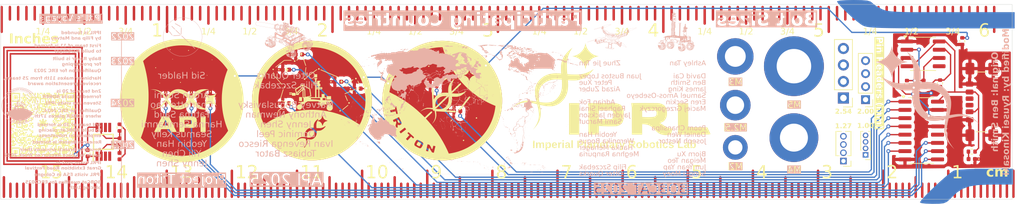
<source format=kicad_pcb>
(kicad_pcb (version 20241229) (generator "pcbnew") (generator_version "9.0")
  (layers (0 "F.Cu" signal) (2 "B.Cu" signal) (13 "F.Paste" user) (15 "B.Paste" user) (5 "F.SilkS" user "F.Silkscreen") (7 "B.SilkS" user "B.Silkscreen") (1 "F.Mask" user) (3 "B.Mask" user) (25 "Edge.Cuts" user))
  (net 0 "")
  (net 1 "/TR")
  (net 2 "GND")
  (net 3 "/4")
  (net 4 "/K")
  (net 5 "/9")
  (net 6 "/2")
  (net 7 "/1")
  (net 8 "/6")
  (net 9 "/3")
  (net 10 "/7")
  (net 11 "/8")
  (net 12 "/0")
  (net 13 "/5")
  (net 14 "Net-(IC101-LA)")
  (net 15 "Net-(D101-K)")
  (net 16 "+5V")
  (net 17 "/DIS")
  (net 18 "/CLK")
  (net 21 "Net-(IC101-VOUT)")
  (net 22 "Net-(D101-A)")
  (net 23 "Net-(D102-A)")
  (footprint "LED_SMD:LED_0402_1005Metric" (layer "F.Cu") (at 116 100.2)
    (property "Reference" "D111" (hide yes))
    (property "Value" "LED_Small")
  )
  (footprint "ruler_footprints_2025:ICRS_LinktreeQR_10mm" (layer "F.Cu") (at 78.7 103.5)
    (property "Reference" "G***" (hide yes))
    (property "Value" "LOGO" (hide yes))
  )
  (footprint "Resistor_SMD:R_0402_1005Metric" (layer "F.Cu") (at 213.9 97.2 -90)
    (property "Reference" "R102" (hide yes))
    (property "Value" "47k")
  )
  (footprint "Connector_USB:USB_C_Receptacle_GCT_USB4135-GF-A_6P_TopMnt_Horizontal" (layer "F.Cu") (at 224 100 90)
    (property "Reference" "J101" (hide yes))
    (property "Value" "USB_C_Receptacle_PowerOnly_6P")
  )
  (footprint "MountingHole:MountingHole_5.3mm_M5_DIN965_Pad_TopBottom" (layer "F.Cu") (at 194 94.5)
    (property "Reference" "REF**" (hide yes))
    (property "Value" "MountingHole_5.3mm_M5_DIN965_Pad_TopBottom" (hide yes))
  )
  (footprint "Package_SO:SOP-16_3.9x9.9mm_P1.27mm" (layer "F.Cu") (at 213.55 104.405)
    (property "Reference" "U102" (hide yes))
    (property "Value" "4017")
  )
  (footprint "ruler_footprints_2025:API_Logo" (layer "F.Cu") (at 100 99.8)
    (property "Reference" "G***" (hide yes))
    (property "Value" "LOGO" (hide yes))
  )
  (footprint "LED_SMD:LED_0402_1005Metric" (layer "F.Cu") (at 127 97.95)
    (property "Reference" "D103" (hide yes))
    (property "Value" "LED_Small")
  )
  (footprint "MountingHole:MountingHole_4.3mm_M4_DIN965_Pad_TopBottom" (layer "F.Cu") (at 194 105.5)
    (property "Reference" "REF**" (hide yes))
    (property "Value" "MountingHole_4.3mm_M4_DIN965_Pad_TopBottom" (hide yes))
  )
  (footprint "LED_SMD:LED_0402_1005Metric" (layer "F.Cu") (at 90.46775 108.35 -90)
    (property "Reference" "D101" (hide yes))
    (property "Value" "LED_Small")
  )
  (footprint "Resistor_SMD:R_0402_1005Metric" (layer "F.Cu") (at 219.85 90.65 90)
    (property "Reference" "R105" (hide yes))
    (property "Value" "1k")
  )
  (footprint "ruler_footprints_2025:Triton_Logo" (layer "F.Cu") (at 140.05 99.9)
    (property "Reference" "G***" (hide yes))
    (property "Value" "LOGO" (hide yes))
  )
  (footprint "Package_SO:SOIC-8_3.9x4.9mm_P1.27mm" (layer "F.Cu") (at 213.825 92.605)
    (property "Reference" "U101" (hide yes))
    (property "Value" "NE555D")
  )
  (footprint "Resistor_SMD:R_0402_1005Metric" (layer "F.Cu") (at 221.3 107.65 180)
    (property "Reference" "R103" (hide yes))
    (property "Value" "430" (hide yes))
  )
  (footprint "Resistor_SMD:R_0402_1005Metric" (layer "F.Cu") (at 216.45 97.15 -90)
    (property "Reference" "R104" (hide yes))
    (property "Value" "1k" (hide yes))
  )
  (footprint "LED_SMD:LED_0402_1005Metric" (layer "F.Cu") (at 104.4 99.515 -90)
    (property "Reference" "D108" (hide yes))
    (property "Value" "LED_Small")
  )
  (footprint "LED_SMD:LED_0402_1005Metric" (layer "F.Cu") (at 221.3 108.8 180)
    (property "Reference" "D102" (hide yes))
    (property "Value" "LED_Small" (hide yes))
  )
  (footprint "Connector_PinHeader_1.27mm:PinHeader_1x04_P1.27mm_Vertical" (layer "F.Cu") (at 201.6 109.1 180)
    (property "Reference" "REF**" (hide yes))
    (property "Value" "PinHeader_1x04_P1.27mm_Vertical" (hide yes))
  )
  (footprint "ruler_footprints:Gauge_150mm_Type1_CopperTop" (layer "F.Cu") (at 227.7 114.6 180)
    (property "Reference" "REF**" (hide yes))
    (property "Value" "Gauge_150mm_Type1_CopperTop" (hide yes))
  )
  (footprint "LED_SMD:LED_0402_1005Metric" (layer "F.Cu") (at 124 96.9)
    (property "Reference" "D109" (hide yes))
    (property "Value" "LED_Small")
  )
  (footprint "LED_SMD:LED_0402_1005Metric" (layer "F.Cu") (at 97.55 99.6 -90)
    (property "Reference" "D105" (hide yes))
    (property "Value" "LED_Small")
  )
  (footprint "MountingHole:MountingHole_2.2mm_M2_DIN965_Pad_TopBottom" (layer "F.Cu") (at 185 107)
    (property "Reference" "M2")
    (property "Value" "MountingHole_2.2mm_M2_DIN965_Pad_TopBottom" (hide yes))
  )
  (footprint "LED_SMD:LED_0402_1005Metric" (layer "F.Cu") (at 138.65 97.55)
    (property "Reference" "D106" (hide yes))
    (property "Value" "LED_Small" (hide yes))
  )
  (footprint "Connector_PinHeader_2.00mm:PinHeader_1x04_P2.00mm_Vertical" (layer "F.Cu") (at 205 99.65 180)
    (property "Reference" "REF**" (hide yes))
    (property "Value" "PinHeader_1x04_P2.00mm_Vertical" (hide yes))
  )
  (footprint "Capacitor_SMD:C_0402_1005Metric" (layer "F.Cu") (at 85.55 107.9 90)
    (property "Reference" "C101" (hide yes))
    (property "Value" "470p")
  )
  (footprint "MountingHole:MountingHole_2.7mm_M2.5_DIN965_Pad_TopBottom" (layer "F.Cu") (at 185 100.5)
    (property "Reference" "REF**" (hide yes))
    (property "Value" "MountingHole_2.7mm_M2.5_DIN965_Pad_TopBottom" (hide yes))
  )
  (footprint "LED_SMD:LED_0402_1005Metric" (layer "F.Cu") (at 101.5 99.6 -90)
    (property "Reference" "D104" (hide yes))
    (property "Value" "LED_Small")
  )
  (footprint "ruler_footprints_2025:SOP65P490X110-8N" (layer "F.Cu") (at 87.96775 106.15 90)
    (property "Reference" "IC101" (hide yes))
    (property "Value" "NT3H2211W0FTTJ" (hide yes))
  )
  (footprint "LED_SMD:LED_0402_1005Metric" (layer "F.Cu") (at 116 95.05)
    (property "Reference" "D112" (hide yes))
    (property "Value" "LED_Small")
  )
  (footprint "ruler_footprints_2025:BOBCAT_SURFACE" (layer "F.Cu") (at 120 99.870493)
    (property "Reference" "G***" (hide yes))
    (property "Value" "LOGO" (hide yes))
  )
  (footprint "Resistor_SMD:R_0402_1005Metric" (layer "F.Cu") (at 90.46775 103.95 -90)
    (property "Reference" "R101" (hide yes))
    (property "Value" "47")
  )
  (footprint "ruler_footprints_2025:BOBCAT_Const_Rover" (layer "F.Cu") (at 120 99.720493)
    (property "Reference" "G***" (hide yes))
    (property "Value" "LOGO" (hide yes))
  )
  (footprint "LED_SMD:LED_0402_1005Metric" (layer "F.Cu") (at 118 92.7)
    (property "Reference" "D110" (hide yes))
    (property "Value" "LED_Small" (hide yes))
  )
  (footprint "Capacitor_SMD:C_0402_1005Metric" (layer "F.Cu") (at 211.35 97.2 -90)
    (property "Reference" "C103" (hide yes))
    (property "Value" "1u")
  )
  (footprint "Connector_PinHeader_2.54mm:PinHeader_1x04_P2.54mm_Vertical" (layer "F.Cu") (at 201.6 99.4 180)
    (property "Reference" "REF**" (hide yes))
    (property "Value" "PinHeader_1x04_P2.54mm_Vertical" (hide yes))
  )
  (footprint "ruler_footprints_2025:IPRL_31mm" (layer "F.Cu") (at 166 99.3)
    (property "Reference" "G***" (hide yes))
    (property "Value" "LOGO" (hide yes))
  )
  (footprint "LED_SMD:LED_0402_1005Metric" (layer "F.Cu") (at 142.3 101.4)
    (property "Reference" "D107" (hide yes))
    (property "Value" "LED_Small" (hide yes))
  )
  (footprint "ruler_footprints:Gauge_6in" (layer "F.Cu") (at 72.35 85.4)
    (property "Reference" "REF**" (hide yes))
    (property "Value" "Gauge_6in" (hide yes))
  )
  (footprint "Capacitor_SMD:C_0402_1005Metric" (layer "F.Cu") (at 90.46775 106.08 90)
    (property "Reference" "C102" (hide yes))
    (property "Value" "220n")
  )
  (footprint "Connector_PinHeader_1.00mm:PinHeader_1x04_P1.00mm_Vertical" (layer "F.Cu") (at 205 108.15 180)
    (property "Reference" "REF**" (hide yes))
    (property "Value" "PinHeader_1x04_P1.00mm_Vertical" (hide yes))
  )
  (footprint "MountingHole:MountingHole_3.2mm_M3_DIN965_Pad_TopBottom" (layer "F.Cu") (at 185 93)
    (property "Reference" "REF**" (hide yes))
    (property "Value" "MountingHole_3.2mm_M3_DIN965_Pad_TopBottom" (hide yes))
  )
  (footprint "ruler_footprints_2025:API_ROVER_WIREFRAME" (layer "B.Cu") (at 116 90 180)
    (property "Reference" "G***" (hide yes))
    (property "Value" "LOGO" (hide yes))
  )
  (footprint "ruler_footprints_2025:Copper_Decal" (layer "B.Cu") (at 214.25 86.5 180)
    (property "Reference" "G***" (hide yes))
    (property "Value" "LOGO" (hide yes))
  )
  (footprint "ruler_footprints_2025:STRAY_WIREFRAME" (layer "B.Cu") (at 166 90 180)
    (property "Reference" "G***" (hide yes))
    (property "Value" "LOGO" (hide yes))
  )
  (footprint "ruler_footprints_2025:IPRL_Helix_16mm" (layer "B.Cu") (at 214.614043 99.412891 180)
    (property "Reference" "G***" (hide yes))
    (property "Value" "LOGO" (hide yes))
  )
  (footprint "ruler_footprints_2025:BOBCAT_WIREFRAME" (layer "B.Cu") (at 176 89 180)
    (property "Reference" "G***" (hide yes))
    (property "Value" "LOGO" (hide yes))
  )
  (footprint "ruler_footprints_2025:World_Map_2025" (layer "B.Cu") (at 144 101 180)
    (property "Reference" "G***" (hide yes))
    (property "Value" "LOGO" (hide yes))
  )
  (footprint "ruler_footprints_2025:Copper_Decal2" (layer "B.Cu") (at 220.5 112.986169 180)
    (property "Reference" "G***" (hide yes))
    (property "Value" "LOGO" (hide yes))
  )
  (footprint "ruler_footprints_2025:Triton" (layer "B.Cu") (at 100.15 90 180)
    (property "Reference" "G***" (hide yes))
    (property "Value" "LOGO" (hide yes))
  )
  (footprint "ruler_footprints_2025:BOBER_Logo_5mm" (layer "B.Cu") (at 75.15 100.6 180)
    (property "Reference" "G***" (hide yes))
    (property "Value" "LOGO" (hide yes))
  )
  (gr_line (start 73.7 92.6) (end 83.7 92.6) (stroke (width 0.238)) (layer "F.Cu") (net 14))
  (gr_line (start 84.7 91.6) (end 84.7 109.1) (stroke (width 0.238)) (layer "F.Cu") (net 14))
  (gr_line (start 72.7 91.6) (end 84.7 91.6) (stroke (width 0.238)) (layer "F.Cu") (net 14))
  (gr_line (start 73.7 108.6) (end 73.7 92.6) (stroke (width 0.238)) (layer "F.Cu") (net 14))
  (gr_line (start 84.7 109.1) (end 73.2 109.1) (stroke (width 0.238)) (layer "F.Cu") (net 14))
  (gr_line (start 84.2 108.6) (end 73.7 108.6) (stroke (width 0.238)) (layer "F.Cu") (net 14))
  (gr_line (start 73.2 109.1) (end 73.2 92.1) (stroke (width 0.238)) (layer "F.Cu") (net 14))
  (gr_line (start 84.2 92.1) (end 84.2 108.6) (stroke (width 0.238)) (layer "F.Cu") (net 14))
  (gr_line (start 73.2 92.1) (end 84.2 92.1) (stroke (width 0.238)) (layer "F.Cu") (net 14))
  (gr_line (start 83.7 92.6) (end 83.7 108.1) (stroke (width 0.238)) (layer "F.Cu") (net 14))
  (gr_line (start 84.7 109.6) (end 72.7 109.6) (stroke (width 0.238)) (layer "F.Cu") (net 14))
  (gr_line (start 72.7 109.6) (end 72.7 91.6) (stroke (width 0.238)) (layer "F.Cu") (net 14))
  (gr_circle (center 140 99.8) (end 145.8 93.297561) (stroke (width 1)) (fill no) (layer "F.SilkS"))
  (gr_circle (center 100 99.8) (end 109 99.8) (stroke (width 1)) (fill no) (layer "F.SilkS"))
  (gr_circle (center 120 99.8) (end 125.8 93.297561) (stroke (width 1)) (fill no) (layer "F.SilkS"))
  (gr_line (start 90.75 93.4) (end 90.75 115) (stroke (width 0.1)) (layer "B.SilkS"))
  (gr_circle (center 75.15 100.6) (end 77.902728 100.545907) (stroke (width 0.06)) (fill no) (layer "B.SilkS"))
  (gr_line (start 90.75 90.3) (end 90.75 93.4) (stroke (width 0.1)) (layer "B.SilkS"))
  (gr_rect (start 72.2 85) (end 227.5 115) (stroke (width 0.05)) (fill no) (layer "Edge.Cuts"))
  (gr_text "M5" (at 194 100.5 0) (layer "F.SilkS" knockout) (effects (font (size 1 1))))
  (gr_text "M4" (at 194 110.5 0) (layer "F.SilkS" knockout) (effects (font (size 1 1))))
  (gr_text "2.54" (at 201.6 101.5 0) (layer "F.SilkS") (effects (font (size 0.75 0.75) (thickness 0.1875) (bold yes))))
  (gr_text "Pin Headers (mm)" (at 206.5 90 270) (layer "F.SilkS" knockout) (effects (font (size 1 1) (thickness 0.25) (bold yes)) (justify left bottom)))
  (gr_text "1.00" (at 205 103.7 0) (layer "F.SilkS") (effects (font (size 0.75 0.75) (thickness 0.125) (bold yes))))
  (gr_text "M2.5" (at 185 104 0) (layer "F.SilkS" knockout) (effects (font (size 1 1))))
  (gr_text "cm" (at 223.5 111.75 0) (layer "F.SilkS") (effects (font (size 1.5 1.5) (thickness 0.3) (bold yes)) (justify left bottom)))
  (gr_text "1.27" (at 201.6 103.75 0) (layer "F.SilkS") (effects (font (size 0.75 0.75) (thickness 0.125) (bold yes))))
  (gr_text "Inches" (at 73.45 91.25 0) (layer "F.SilkS") (effects (font (size 1.5 1.5) (thickness 0.3) (bold yes)) (justify left bottom)))
  (gr_text "M3" (at 185 97 0) (layer "F.SilkS" knockout) (effects (font (size 1 1))))
  (gr_text "2.00" (at 205 101.5 0) (layer "F.SilkS") (effects (font (size 0.75 0.75) (thickness 0.125) (bold yes))))
  (gr_text "Poom Chansilpa" (at 180.5 104.5 0) (layer "B.SilkS") (effects (font (size 0.75 0.75) (thickness 0.1)) (justify left bottom mirror)))
  (gr_text "Adrian Fok" (at 161 100.5 0) (layer "B.SilkS") (effects (font (size 0.75 0.75) (thickness 0.1)) (justify right bottom mirror)))
  (gr_text "Hanka Mehager" (at 161 107.5 0) (layer "B.SilkS") (effects (font (size 0.75 0.75) (thickness 0.1)) (justify right bottom mirror)))
  (gr_text "BOBCAT 2025" (at 170.5 113.5 0) (layer "B.SilkS" knockout) (effects (font (size 1.5 1.5) (thickness 0.1)) (justify mirror)))
  (gr_text "M2" (at 185.1 110 0) (layer "B.SilkS" knockout) (effects (font (size 1 1)) (justify mirror)))
  (gr_text "Steven Lee visits IPRL" (at 87.65 100.5 0) (layer "B.SilkS") (effects (font (size 0.5 0.5) (thickness 0.125) (bold yes)) (justify left bottom mirror)))
  (gr_text "Ardan Suphi" (at 100 99 0) (layer "B.SilkS") (effects (font (size 1 1) (thickness 0.1)) (justify mirror)))
  (gr_text "Samuel Amos-Osebeyo" (at 180.5 99.5 0) (layer "B.SilkS") (effects (font (size 0.75 0.75) (thickness 0.1)) (justify left bottom mirror)))
  (gr_text "Raphael Sinai" (at 161 101.5 0) (layer "B.SilkS") (effects (font (size 0.75 0.75) (thickness 0.1)) (justify right bottom mirror)))
  (gr_text "Qualifies for ERC 2024,\nwhere BOBER places 17th" (at 87.65 102.5 0) (layer "B.SilkS") (effects (font (size 0.5 0.5) (thickness 0.125) (bold yes)) (justify left bottom mirror)))
  (gr_text "Joseph Nestor" (at 180.5 106.5 0) (layer "B.SilkS") (effects (font (size 0.75 0.75) (thickness 0.1)) (justify left bottom mirror)))
  (gr_text "Sami Marouf" (at 161 103.5 0) (layer "B.SilkS") (effects (font (size 0.75 0.75) (thickness 0.1)) (justify right bottom mirror)))
  (gr_text "2023" (at 92.7 93.8 0) (layer "B.SilkS" knockout) (effects (font (size 1 1) (thickness 0.1)) (justify left mirror)))
  (gr_text "Yili Chen" (at 100 108 0) (layer "B.SilkS") (effects (font (size 1 1) (thickness 0.1)) (justify mirror)))
  (gr_text "Research Branch presents their\npaper to Space Resources Week 2025" (at 87.65 108.5 0) (layer "B.SilkS") (effects (font (size 0.5 0.5) (thickness 0.125) (bold yes)) (justify left bottom mirror)))
  (gr_text "Juan Bustos Lopez" (at 161 96.5 0) (layer "B.SilkS") (effects (font (size 0.75 0.75) (thickness 0.1)) (justify right bottom mirror)))
  (gr_text "Eren Seckin" (at 180.5 100.5 0) (layer "B.SilkS") (effects (font (size 0.75 0.75) (thickness 0.1)) (justify left bottom mirror)))
  (gr_text "Participating Countries" (at 161.45 88.6 0) (layer "B.SilkS" knockout) (effects (font (size 2 2) (thickness 0.25) (bold yes)) (justify left bottom mirror)))
  (gr_text "Matvey Boguslavisky" (at 116 100.5 0) (layer "B.SilkS") (effects (font (size 1 1) (thickness 0.1)) (justify mirror)))
  (gr_text "Bolt Sizes" (at 197.6 88.6 0) (layer "B.SilkS" knockout) (effects (font (size 2 2) (thickness 0.25) (bold yes)) (justify left bottom mirror)))
  (gr_text "API 2025" (at 116 112.1 0) (layer "B.SilkS" knockout) (effects (font (size 1.8 1.8) (thickness 0.1)) (justify mirror)))
  (gr_text "2022" (at 92.7 90 0) (layer "B.SilkS" knockout) (effects (font (size 1 1) (thickness 0.1)) (justify left mirror)))
  (gr_text "Anthony Newman" (at 116 102 0) (layer "B.SilkS") (effects (font (size 1 1) (thickness 0.1)) (justify mirror)))
  (gr_text "Hanna Semnanmi" (at 100 103.5 0) (layer "B.SilkS") (effects (font (size 1 1) (thickness 0.1)) (justify mirror)))
  (gr_text "M4" (at 194.05 110.5 0) (layer "B.SilkS" knockout) (effects (font (size 1 1)) (justify mirror)))
  (gr_text "Jenny Shen" (at 116 103.5 0) (layer "B.SilkS") (effects (font (size 1 1) (thickness 0.1)) (justify mirror)))
  (gr_text "2025" (at 92.7 106.7 0) (layer "B.SilkS" knockout) (effects (font (size 1 1) (thickness 0.1)) (justify left mirror)))
  (gr_text "Peter Xue" (at 161 97.5 0) (layer "B.SilkS") (effects (font (size 0.75 0.75) (thickness 0.1)) (justify right bottom mirror)))
  (gr_text "Bjorn Xu" (at 180.5 108.5 0) (layer "B.SilkS") (effects (font (size 0.75 0.75) (thickness 0.1)) (justify left bottom mirror)))
  (gr_text "IPRL is founded\nby Filip and Matvey" (at 87.65 90.5 0) (layer "B.SilkS") (effects (font (size 0.5 0.5) (thickness 0.125) (bold yes)) (justify left bottom mirror)))
  (gr_text "BOBCat qualifies for ERC2025\nplacing 16th" (at 87.65 113.5 0) (layer "B.SilkS") (effects (font (size 0.5 0.5) (thickness 0.125) (bold yes)) (justify left bottom mirror)))
  (gr_text "Project Triton" (at 100 112 0) (layer "B.SilkS" knockout) (effects (font (size 1.5 1.5) (thickness 0.1)) (justify mirror)))
  (gr_text "M5" (at 194.05 100.5 0) (layer "B.SilkS" knockout) (effects (font (size 1 1)) (justify mirror)))
  (gr_text "First team of 11 is formed\nto build Harbinger" (at 87.65 92.5 0) (layer "B.SilkS") (effects (font (size 0.5 0.5) (thickness 0.125) (bold yes)) (justify left bottom mirror)))
  (gr_text "Meigan Teo" (at 180.5 109.5 0) (layer "B.SilkS") (effects (font (size 0.75 0.75) (thickness 0.1)) (justify left bottom mirror)))
  (gr_text "Sid Halder" (at 100 96 0) (layer "B.SilkS") (effects (font (size 1 1) (thickness 0.1)) (justify mirror)))
  (gr_text "Weronika Bogus" (at 161 106.5 0) (layer "B.SilkS") (effects (font (size 0.75 0.75) (thickness 0.1)) (justify right bottom mirror)))
  (gr_text "Tobiasz Bator" (at 116 108 0) (layer "B.SilkS") (effects (font (size 1 1) (thickness 0.1)) (justify mirror)))
  (gr_text "Jayden Jackson" (at 161 102.5 0) (layer "B.SilkS") (effects (font (size 0.75 0.75) (thickness 0.1)) (justify right bottom mirror)))
  (gr_text "M3" (at 185.05 97 0) (layer "B.SilkS" knockout) (effects (font (size 1 1)) (justify mirror)))
  (gr_text "Seamus Kelly" (at 100 105 0) (layer "B.SilkS") (effects (font (size 1 1) (thickness 0.1)) (justify mirror)))
  (gr_text "M2.5" (at 185.1 104 0) (layer "B.SilkS" knockout) (effects (font (size 1 1)) (justify mirror)))
  (gr_text "2024" (at 92.7 100.25 0) (layer "B.SilkS" knockout) (effects (font (size 1 1) (thickness 0.1)) (justify left mirror)))
  (gr_text "IPRL takes part in\nGreat Exhibtion Road Festival" (at 87.65 110.5 0) (layer "B.SilkS") (effects (font (size 0.5 0.5) (thickness 0.125) (bold yes)) (justify left bottom mirror)))
  (gr_text "Filip Szczebak" (at 161 110.5 0) (layer "B.SilkS") (effects (font (size 0.75 0.75) (thickness 0.1)) (justify right bottom mirror)))
  (gr_text "Zhue Jie Tan" (at 161 94.5 0) (layer "B.SilkS") (effects (font (size 0.75 0.75) (thickness 0.1)) (justify right bottom mirror)))
  (gr_text "2nd team of 20 is\nformed to build BOBER" (at 87.65 99.5 0) (layer "B.SilkS") (effects (font (size 0.5 0.5) (thickness 0.125) (bold yes)) (justify left bottom mirror)))
  (gr_text "Yeobin Han" (at 100 106.5 0) (layer "B.SilkS") (effects (font (size 1 1) (thickness 0.1)) (justify mirror)))
  (gr_text "Yeobin Han" (at 161 105.5 0) (layer "B.SilkS") (effects (font (size 0.75 0.75) (thickness 0.1)) (justify right bottom mirror)))
  (gr_text "Jun Yean Yap" (at 180.5 110.5 0) (layer "B.SilkS") (effects (font (size 0.75 0.75) (thickness 0.1)) (justify left bottom mirror)))
  (gr_text "Otter Quarks" (at 116 96 0) (layer "B.SilkS") (effects (font (size 1 1) (thickness 0.1)) (justify mirror)))
  (gr_text "James King" (at 180.5 98.5 0) (layer "B.SilkS") (effects (font (size 0.75 0.75) (thickness 0.1)) (justify left bottom mirror)))
  (gr_text "Original: Ben Smith\nModified by: Ryusei Kinosaki" (at 225.75 100 90) (layer "B.SilkS") (effects (font (size 1 1) (thickness 0.3) (bold yes)) (justify mirror)))
  (gr_text "3rd team of 30 is formed\nto build BOBCat, placing\nemphasis on robustness" (at 87.65 105.5 0) (layer "B.SilkS") (effects (font (size 0.5 0.5) (thickness 0.125) (bold yes)) (justify left bottom mirror)))
  (gr_text "Qualification for ERC 2023" (at 87.65 95.5 0) (layer "B.SilkS") (effects (font (size 0.5 0.5) (thickness 0.125) (bold yes)) (justify left bottom mirror)))
  (gr_text "Jenny Shen" (at 100 109.5 0) (layer "B.SilkS") (effects (font (size 1 1) (thickness 0.1)) (justify mirror)))
  (gr_text "Research Branch is formed" (at 87.7 106.5 0) (layer "B.SilkS") (effects (font (size 0.5 0.5) (thickness 0.125) (bold yes)) (justify left bottom mirror)))
  (gr_text "Charlotte Cao" (at 100 100.5 0) (layer "B.SilkS") (effects (font (size 1 1) (thickness 0.1)) (justify mirror)))
  (gr_text "David Cai" (at 180.5 96.5 0) (layer "B.SilkS") (effects (font (size 0.75 0.75) (thickness 0.1)) (justify left bottom mirror)))
  (gr_text "Maciej Grzegorczyk" (at 180.5 101.5 0) (layer "B.SilkS") (effects (font (size 0.75 0.75) (thickness 0.1)) (justify left bottom mirror)))
  (gr_text "Baby Rover is built\nfor prototyping" (at 87.65 94.5 0) (layer "B.SilkS") (effects (font (size 0.5 0.5) (thickness 0.125) (bold yes)) (justify left bottom mirror)))
  (gr_text "IPRL's Voyage" (at 83.05 87.15 0) (layer "B.SilkS" knockout) (effects (font (size 1 1) (thickness 0.1)) (justify mirror)))
  (gr_text "IPRL visits ESA in Cologne" (at 87.65 111.5 0) (layer "B.SilkS") (effects (font (size 0.5 0.5) (thickness 0.125) (bold yes)) (justify left bottom mirror)))
  (gr_text "Meghna Ranpuria" (at 161 108.5 0) (layer "B.SilkS") (effects (font (size 0.75 0.75) (thickness 0.1)) (justify right bottom mirror)))
  (gr_text "Aizad Zuber" (at 161 98.5 0) (layer "B.SilkS") (effects (font (size 0.75 0.75) (thickness 0.1)) (justify right bottom mirror)))
  (gr_text "Otter Quarks" (at 161 111.5 0) (layer "B.SilkS") (effects (font (size 0.75 0.75) (thickness 0.1)) (justify right bottom mirror)))
  (gr_text "Ben Smith" (at 180.5 97.5 0) (layer "B.SilkS") (effects (font (size 0.75 0.75) (thickness 0.1)) (justify left bottom mirror)))
  (gr_text "Dominic Peel" (at 116 105 0) (layer "B.SilkS") (effects (font (size 1 1) (thickness 0.1)) (justify mirror)))
  (gr_text "SongLi Moey" (at 180.5 111.5 0) (layer "B.SilkS") (effects (font (size 0.75 0.75) (thickness 0.1)) (justify left bottom mirror)))
  (gr_text "Ashley Tan" (at 180.5 94.5 0) (layer "B.SilkS") (effects (font (size 0.75 0.75) (thickness 0.1)) (justify left bottom mirror)))
  (gr_text "Harbinger makes 11th from 25 teams,\nreceives presentation award" (at 87.65 97.5 0) (layer "B.SilkS") (effects (font (size 0.5 0.5) (thickness 0.125) (bold yes)) (justify left bottom mirror)))
  (gr_text "Fatima Sajid" (at 100 102 0) (layer "B.SilkS") (effects (font (size 1 1) (thickness 0.1)) (justify mirror)))
  (gr_text "Ivan Revenga Riesco" (at 116 106.5 0) (layer "B.SilkS") (effects (font (size 1 1) (thickness 0.1)) (justify mirror)))
  (gr_text "Daniel Wen" (at 180.5 105.5 0) (layer "B.SilkS") (effects (font (size 0.75 0.75) (thickness 0.1)) (justify left bottom mirror)))
  (gr_text "Filip Szczebak" (at 116 97.5 0) (layer "B.SilkS") (effects (font (size 1 1) (thickness 0.1)) (justify mirror)))
  (segment (start 211.35 91.97) (end 213.18 91.97) (width 0.2) (layer "F.Cu") (net 1))
  (segment (start 216.3 93.24) (end 215.325001 93.24) (width 0.2) (layer "F.Cu") (net 1))
  (segment (start 213.72 96.72) (end 212.55 96.72) (width 0.2) (layer "F.Cu") (net 1))
  (segment (start 213.18 91.97) (end 213.2 91.95) (width 0.2) (layer "F.Cu") (net 1))
  (segment (start 211.35 96.72) (end 212.55 96.72) (width 0.2) (layer "F.Cu") (net 1))
  (segment (start 213.95 94.615001) (end 213.95 96.49) (width 0.2) (layer "F.Cu") (net 1))
  (segment (start 215.325001 93.24) (end 213.95 94.615001) (width 0.2) (layer "F.Cu") (net 1))
  (segment (start 213.95 96.49) (end 213.72 96.72) (width 0.2) (layer "F.Cu") (net 1))
  (via (at 212.55 96.72) (size 0.6) (drill 0.3) (layers "F.Cu" "B.Cu") (net 1))
  (via (at 213.2 91.95) (size 0.6) (drill 0.3) (layers "F.Cu" "B.Cu") (net 1))
  (segment (start 213.2 91.95) (end 213.2 96.07) (width 0.2) (layer "B.Cu") (net 1))
  (segment (start 213.2 96.07) (end 212.55 96.72) (width 0.2) (layer "B.Cu") (net 1))
  (segment (start 211.35 97.68) (end 212.28 97.68) (width 0.2) (layer "F.Cu") (net 2))
  (segment (start 212.28 97.68) (end 212.4 97.8) (width 0.2) (layer "F.Cu") (net 2))
  (via (at 212.4 97.8) (size 0.6) (drill 0.3) (layers "F.Cu" "B.Cu") (net 2))
  (via (at 212.4 97.8) (size 0.6) (drill 0.3) (layers "F.Cu" "B.Cu") (net 2))
  (via (at 215.05 98.65) (size 0.6) (drill 0.3) (layers "F.Cu" "B.Cu") (net 2))
  (segment (start 215.05 98.65) (end 213.25 98.65) (width 0.2) (layer "B.Cu") (net 2))
  (segment (start 213.25 98.65) (end 212.4 97.8) (width 0.2) (layer "B.Cu") (net 2))
  (segment (start 216.05 107.58) (end 214.25 107.58) (width 0.2) (layer "F.Cu") (net 3))
  (segment (start 101.5 100.9625) (end 101.5 100.0975) (width 0.2) (layer "F.Cu") (net 3))
  (via (at 101.5 101) (size 0.6) (drill 0.3) (layers "F.Cu" "B.Cu") (net 3))
  (via (at 214.25 107.58) (size 0.6) (drill 0.3) (layers "F.Cu" "B.Cu") (net 3))
  (segment (start 213.201 112.449) (end 213.199 112.451) (width 0.2) (layer "B.Cu") (net 3))
  (segment (start 101.5 107.2671) (end 101.5 100.9625) (width 0.2) (layer "B.Cu") (net 3))
  (segment (start 214.25 107.675) (end 213.201 108.724) (width 0.2) (layer "B.Cu") (net 3))
  (segment (start 213.201 108.724) (end 213.201 112.449) (width 0.2) (layer "B.Cu") (net 3))
  (segment (start 108.2329 114) (end 101.5 107.2671) (width 0.2) (layer "B.Cu") (net 3))
  (segment (start 213.199 112.451) (end 213.199 112.7339) (width 0.2) (layer "B.Cu") (net 3))
  (segment (start 211.9329 114) (end 108.2329 114) (width 0.2) (layer "B.Cu") (net 3))
  (segment (start 214.25 107.58) (end 214.25 107.675) (width 0.2) (layer "B.Cu") (net 3))
  (segment (start 213.199 112.7339) (end 211.9329 114) (width 0.2) (layer "B.Cu") (net 3))
  (segment (start 219.85 90.14) (end 220.59 90.14) (width 0.2) (layer "F.Cu") (net 4))
  (segment (start 220.59 90.14) (end 220.6 90.15) (width 0.2) (layer "F.Cu") (net 4))
  (via (at 108.15 96) (size 0.6) (drill 0.3) (layers "F.Cu" "B.Cu") (net 4))
  (via (at 131.7 97.15) (size 0.6) (drill 0.3) (layers "F.Cu" "B.Cu") (net 4))
  (via (at 127.95 96.2) (size 0.6) (drill 0.3) (layers "F.Cu" "B.Cu") (net 4))
  (via (at 112.15 96) (size 0.6) (drill 0.3) (layers "F.Cu" "B.Cu") (net 4))
  (via (at 146.7 94.4) (size 0.6) (drill 0.3) (layers "F.Cu" "B.Cu") (net 4))
  (via (at 220.6 90.15) (size 0.6) (drill 0.3) (layers "F.Cu" "B.Cu") (net 4))
  (segment (start 199.201 85.601) (end 155.499 85.601) (width 0.2) (layer "B.Cu") (net 4))
  (segment (start 220.6 90.15) (end 220.6 89.4) (width 0.2) (layer "B.Cu") (net 4))
  (segment (start 130.75 96.2) (end 127.95 96.2) (width 0.2) (layer "B.Cu") (net 4))
  (segment (start 220.6 89.4) (end 220.5 89.3) (width 0.2) (layer "B.Cu") (net 4))
  (segment (start 108.15 96) (end 112.15 96) (width 0.2) (layer "B.Cu") (net 4))
  (segment (start 131.7 97.15) (end 130.75 96.2) (width 0.2) (layer "B.Cu") (net 4))
  (segment (start 202.9 89.3) (end 199.201 85.601) (width 0.2) (layer "B.Cu") (net 4))
  (segment (start 155.499 85.601) (end 146.7 94.4) (width 0.2) (layer "B.Cu") (net 4))
  (segment (start 220.5 89.3) (end 202.9 89.3) (width 0.2) (layer "B.Cu") (net 4))
  (segment (start 104.4 100.2) (end 104.4 100.865) (width 0.2) (layer "F.Cu") (net 5))
  (segment (start 214.25 106.31) (end 216.05 106.31) (width 0.2) (layer "F.Cu") (net 5))
  (via (at 214.25 106.31) (size 0.6) (drill 0.3) (layers "F.Cu" "B.Cu") (net 5))
  (via (at 104.4 101) (size 0.6) (drill 0.3) (layers "F.Cu" "B.Cu") (net 5))
  (segment (start 104.4 100.915) (end 104.4 109.6) (width 0.2) (layer "B.Cu") (net 5))
  (segment (start 212.8 112.2829) (end 212.8 107.55) (width 0.2) (layer "B.Cu") (net 5))
  (segment (start 212.798 112.5678) (end 212.798 112.2849) (width 0.2) (layer "B.Cu") (net 5))
  (segment (start 214.04 106.31) (end 214.25 106.31) (width 0.2) (layer "B.Cu") (net 5))
  (segment (start 104.4 109.6) (end 108.397 113.597) (width 0.2) (layer "B.Cu") (net 5))
  (segment (start 212.8 107.55) (end 214.04 106.31) (width 0.2) (layer "B.Cu") (net 5))
  (segment (start 212.798 112.2849) (end 212.8 112.2829) (width 0.2) (layer "B.Cu") (net 5))
  (segment (start 211.7688 113.597) (end 212.798 112.5678) (width 0.2) (layer "B.Cu") (net 5))
  (segment (start 108.397 113.597) (end 211.7688 113.597) (width 0.2) (layer "B.Cu") (net 5))
  (segment (start 125.25 96.9) (end 125.3 96.85) (width 0.2) (layer "F.Cu") (net 6))
  (segment (start 124.485 96.9) (end 125.25 96.9) (width 0.2) (layer "F.Cu") (net 6))
  (segment (start 208.5 103.77) (end 211.05 103.77) (width 0.2) (layer "F.Cu") (net 6))
  (via (at 208.5 103.77) (size 0.6) (drill 0.3) (layers "F.Cu" "B.Cu") (net 6))
  (via (at 125.3 96.85) (size 0.6) (drill 0.3) (layers "F.Cu" "B.Cu") (net 6))
  (segment (start 207.097 105.173) (end 207.097 111.603) (width 0.2) (layer "B.Cu") (net 6))
  (segment (start 206.707 111.993) (end 140.393 111.993) (width 0.2) (layer "B.Cu") (net 6))
  (segment (start 140.393 111.993) (end 125.3 96.9) (width 0.2) (layer "B.Cu") (net 6))
  (segment (start 207.097 111.603) (end 206.707 111.993) (width 0.2) (layer "B.Cu") (net 6))
  (segment (start 208.5 103.77) (end 207.097 105.173) (width 0.2) (layer "B.Cu") (net 6))
  (segment (start 125.3 96.9) (end 125.3 96.85) (width 0.2) (layer "B.Cu") (net 6))
  (segment (start 208.5 101.25) (end 208.52 101.23) (width 0.2) (layer "F.Cu") (net 7))
  (segment (start 139.135 98.235) (end 139.15 98.25) (width 0.2) (layer "F.Cu") (net 7))
  (segment (start 139.135 97.55) (end 139.135 98.235) (width 0.2) (layer "F.Cu") (net 7))
  (segment (start 208.52 101.23) (end 211.05 101.23) (width 0.2) (layer "F.Cu") (net 7))
  (via (at 139.15 98.25) (size 0.6) (drill 0.3) (layers "F.Cu" "B.Cu") (net 7))
  (via (at 208.5 101.25) (size 0.6) (drill 0.3) (layers "F.Cu" "B.Cu") (net 7))
  (segment (start 206.295 110.805) (end 205.909 111.191) (width 0.2) (layer "B.Cu") (net 7))
  (segment (start 206.295 103.455) (end 206.295 110.805) (width 0.2) (layer "B.Cu") (net 7))
  (segment (start 205.909 111.191) (end 150.141 111.191) (width 0.2) (layer "B.Cu") (net 7))
  (segment (start 208.5 101.25) (end 206.295 103.455) (width 0.2) (layer "B.Cu") (net 7))
  (segment (start 150.141 111.191) (end 139.15 100.2) (width 0.2) (layer "B.Cu") (net 7))
  (segment (start 139.15 100.2) (end 139.15 98.25) (width 0.2) (layer "B.Cu") (net 7))
  (segment (start 118.485 92.7) (end 119.35 92.7) (width 0.2) (layer "F.Cu") (net 8))
  (segment (start 208.5 105.04) (end 211.05 105.04) (width 0.2) (layer "F.Cu") (net 8))
  (via (at 208.5 105.04) (size 0.6) (drill 0.3) (layers "F.Cu" "B.Cu") (net 8))
  (via (at 119.35 92.7) (size 0.6) (drill 0.3) (layers "F.Cu" "B.Cu") (net 8))
  (segment (start 207.498 106.042) (end 208.5 105.04) (width 0.2) (layer "B.Cu") (net 8))
  (segment (start 119.55 92.7) (end 139.244 112.394) (width 0.2) (layer "B.Cu") (net 8))
  (segment (start 119.35 92.7) (end 119.55 92.7) (width 0.2) (layer "B.Cu") (net 8))
  (segment (start 207.498 111.902) (end 207.498 106.042) (width 0.2) (layer "B.Cu") (net 8))
  (segment (start 139.244 112.394) (end 207.006 112.394) (width 0.2) (layer "B.Cu") (net 8))
  (segment (start 207.006 112.394) (end 207.498 111.902) (width 0.2) (layer "B.Cu") (net 8))
  (segment (start 116.485 100.485) (end 116.8 100.8) (width 0.2) (layer "F.Cu") (net 9))
  (segment (start 116.485 100.2) (end 116.485 100.485) (width 0.2) (layer "F.Cu") (net 9))
  (segment (start 208.5 107.58) (end 211.05 107.58) (width 0.2) (layer "F.Cu") (net 9))
  (via (at 208.5 107.58) (size 0.6) (drill 0.3) (layers "F.Cu" "B.Cu") (net 9))
  (via (at 116.8 100.8) (size 0.6) (drill 0.3) (layers "F.Cu" "B.Cu") (net 9))
  (segment (start 207.854 113.196) (end 129.196 113.196) (width 0.2) (layer "B.Cu") (net 9))
  (segment (start 129.196 113.196) (end 116.8 100.8) (width 0.2) (layer "B.Cu") (net 9))
  (segment (start 208.5 112.55) (end 207.854 113.196) (width 0.2) (layer "B.Cu") (net 9))
  (segment (start 208.5 107.58) (end 208.5 112.55) (width 0.2) (layer "B.Cu") (net 9))
  (segment (start 116.485 95.05) (end 117.2 95.05) (width 0.2) (layer "F.Cu") (net 10))
  (segment (start 208.5 106.31) (end 211.05 106.31) (width 0.2) (layer "F.Cu") (net 10))
  (via (at 208.5 106.31) (size 0.6) (drill 0.3) (layers "F.Cu" "B.Cu") (net 10))
  (via (at 117.2 95.05) (size 0.6) (drill 0.3) (layers "F.Cu" "B.Cu") (net 10))
  (segment (start 136.045 112.795) (end 207.6879 112.795) (width 0.2) (layer "B.Cu") (net 10))
  (segment (start 208.489 106.31) (end 207.899 106.9) (width 0.2) (layer "B.Cu") (net 10))
  (segment (start 117.2 95.05) (end 118.3 95.05) (width 0.2) (layer "B.Cu") (net 10))
  (segment (start 118.3 95.05) (end 136.045 112.795) (width 0.2) (layer "B.Cu") (net 10))
  (segment (start 208.5 106.31) (end 208.489 106.31) (width 0.2) (layer "B.Cu") (net 10))
  (segment (start 207.6879 112.795) (end 207.899 112.5839) (width 0.2) (layer "B.Cu") (net 10))
  (segment (start 207.899 112.5839) (end 207.899 106.9) (width 0.2) (layer "B.Cu") (net 10))
  (segment (start 216.05 108.85) (end 214.25 108.85) (width 0.2) (layer "F.Cu") (net 11))
  (segment (start 97.55 100.95) (end 97.55 100.085) (width 0.2) (layer "F.Cu") (net 11))
  (via (at 97.55 101) (size 0.6) (drill 0.3) (layers "F.Cu" "B.Cu") (net 11))
  (via (at 214.25 108.85) (size 0.6) (drill 0.3) (layers "F.Cu" "B.Cu") (net 11))
  (segment (start 213.602 109.498) (end 213.602 112.6151) (width 0.2) (layer "B.Cu") (net 11))
  (segment (start 213.6 112.6171) (end 213.6 112.9) (width 0.2) (layer "B.Cu") (net 11))
  (segment (start 212.099 114.401) (end 108.0668 114.401) (width 0.2) (layer "B.Cu") (net 11))
  (segment (start 214.25 108.85) (end 213.602 109.498) (width 0.2) (layer "B.Cu") (net 11))
  (segment (start 213.602 112.6151) (end 213.6 112.6171) (width 0.2) (layer "B.Cu") (net 11))
  (segment (start 97.55 103.8842) (end 97.55 101) (width 0.2) (layer "B.Cu") (net 11))
  (segment (start 108.0668 114.401) (end 97.55 103.8842) (width 0.2) (layer "B.Cu") (net 11))
  (segment (start 213.6 112.9) (end 212.099 114.401) (width 0.2) (layer "B.Cu") (net 11))
  (segment (start 128.3 97.95) (end 128.35 97.9) (width 0.2) (layer "F.Cu") (net 12))
  (segment (start 211.05 102.5) (end 208.5 102.5) (width 0.2) (layer "F.Cu") (net 12))
  (segment (start 127.485 97.95) (end 128.3 97.95) (width 0.2) (layer "F.Cu") (net 12))
  (via (at 128.35 97.9) (size 0.6) (drill 0.3) (layers "F.Cu" "B.Cu") (net 12))
  (via (at 208.5 102.5) (size 0.6) (drill 0.3) (layers "F.Cu" "B.Cu") (net 12))
  (segment (start 206.358 111.592) (end 206.696 111.254) (width 0.2) (layer "B.Cu") (net 12))
  (segment (start 206.696 111.254) (end 206.696 104.304) (width 0.2) (layer "B.Cu") (net 12))
  (segment (start 142.042 111.592) (end 206.358 111.592) (width 0.2) (layer "B.Cu") (net 12))
  (segment (start 128.35 97.9) (end 142.042 111.592) (width 0.2) (layer "B.Cu") (net 12))
  (segment (start 206.696 104.304) (end 208.5 102.5) (width 0.2) (layer "B.Cu") (net 12))
  (segment (start 142.785 102.115) (end 142.75 102.15) (width 0.2) (layer "F.Cu") (net 13))
  (segment (start 211.05 99.96) (end 208.51 99.96) (width 0.2) (layer "F.Cu") (net 13))
  (segment (start 208.51 99.96) (end 208.5 99.95) (width 0.2) (layer "F.Cu") (net 13))
  (segment (start 142.785 101.4) (end 142.785 102.115) (width 0.2) (layer "F.Cu") (net 13))
  (via (at 142.75 102.15) (size 0.6) (drill 0.3) (layers "F.Cu" "B.Cu") (net 13))
  (via (at 208.5 99.95) (size 0.6) (drill 0.3) (layers "F.Cu" "B.Cu") (net 13))
  (segment (start 205.894 110.406) (end 205.894 102.556) (width 0.2) (layer "B.Cu") (net 13))
  (segment (start 142.75 102.15) (end 151.39 110.79) (width 0.2) (layer "B.Cu") (net 13))
  (segment (start 158.29 110.79) (end 205.51 110.79) (width 0.2) (layer "B.Cu") (net 13))
  (segment (start 205.51 110.79) (end 205.894 110.406) (width 0.2) (layer "B.Cu") (net 13))
  (segment (start 151.39 110.79) (end 158.29 110.79) (width 0.2) (layer "B.Cu") (net 13))
  (segment (start 205.894 102.556) (end 208.5 99.95) (width 0.2) (layer "B.Cu") (net 13))
  (segment (start 85.55 104.05) (end 85.7 103.9) (width 0.2) (layer "F.Cu") (net 14))
  (segment (start 86.95475 103.9) (end 86.99275 103.938) (width 0.2) (layer "F.Cu") (net 14))
  (segment (start 85.55 109.35) (end 85.55 108.38) (width 0.238) (layer "F.Cu") (net 14))
  (segment (start 85.3 109.6) (end 85.55 109.35) (width 0.238) (layer "F.Cu") (net 14))
  (segment (start 85.55 106.65) (end 85.55 107.42) (width 0.2) (layer "F.Cu") (net 14))
  (segment (start 85.7 103.9) (end 86.95475 103.9) (width 0.2) (layer "F.Cu") (net 14))
  (segment (start 84.7 109.6) (end 85.3 109.6) (width 0.238) (layer "F.Cu") (net 14))
  (segment (start 85.55 106.65) (end 85.55 104.05) (width 0.2) (layer "F.Cu") (net 14))
  (segment (start 85.55 108.38) (end 86.97475 108.38) (width 0.2) (layer "F.Cu") (net 14))
  (segment (start 86.97475 108.38) (end 86.99275 108.362) (width 0.2) (layer "F.Cu") (net 14))
  (via (at 85.55 106.65) (size 0.6) (drill 0.3) (layers "F.Cu" "B.Cu") (net 14))
  (via (at 83.7 108.1) (size 0.6) (drill 0.3) (layers "F.Cu" "B.Cu") (net 14))
  (segment (start 83.7 108) (end 83.7 108.1) (width 0.2) (layer "B.Cu") (net 14))
  (segment (start 85.05 106.65) (end 83.7 108) (width 0.2) (layer "B.Cu") (net 14))
  (segment (start 85.55 106.65) (end 85.05 106.65) (width 0.2) (layer "B.Cu") (net 14))
  (segment (start 88.53225 106.56) (end 90.46775 106.56) (width 0.2) (layer "F.Cu") (net 15))
  (segment (start 90.46775 106.56) (end 90.46775 107.865) (width 0.2) (layer "F.Cu") (net 15))
  (segment (start 87.64275 108.362) (end 87.64275 107.4495) (width 0.2) (layer "F.Cu") (net 15))
  (segment (start 87.64275 107.4495) (end 88.53225 106.56) (width 0.2) (layer "F.Cu") (net 15))
  (segment (start 216.3 90.7) (end 217.274999 90.7) (width 0.2) (layer "F.Cu") (net 16))
  (segment (start 218.7 92.125001) (end 218.7 98.48) (width 0.2) (layer "F.Cu") (net 16))
  (segment (start 211.35 94.51) (end 212.143032 94.51) (width 0.2) (layer "F.Cu") (net 16))
  (segment (start 222.35 99) (end 222.35 100.95) (width 0.2) (layer "F.Cu") (net 16))
  (segment (start 220.9675 98.48) (end 221.83 98.48) (width 0.2) (layer "F.Cu") (net 16))
  (segment (start 222.35 107.11) (end 221.81 107.65) (width 0.2) (layer "F.Cu") (net 16))
  (segment (start 215.953032 90.7) (end 216.3 90.7) (width 0.2) (layer "F.Cu") (net 16))
  (segment (start 216.05 99.96) (end 217.27 98.74) (width 0.2) (layer "F.Cu") (net 16))
  (segment (start 220.9675 101.52) (end 221.78 101.52) (width 0.2) (layer "F.Cu") (net 16))
  (segment (start 221.78 101.52) (end 222.35 100.95) (width 0.2) (layer "F.Cu") (net 16))
  (segment (start 212.143032 94.51) (end 215.953032 90.7) (width 0.2) (layer "F.Cu") (net 16))
  (segment (start 217.27 98.74) (end 217.27 98.48) (width 0.2) (layer "F.Cu") (net 16))
  (segment (start 216.45 97.66) (end 217.27 98.48) (width 0.2) (layer "F.Cu") (net 16))
  (segment (start 221.83 98.48) (end 222.35 99) (width 0.2) (layer "F.Cu") (net 16))
  (segment (start 222.35 100.95) (end 222.35 107.11) (width 0.2) (layer "F.Cu") (net 16))
  (segment (start 218.7 98.48) (end 220.9675 98.48) (width 0.2) (layer "F.Cu") (net 16))
  (segment (start 217.274999 90.7) (end 218.7 92.125001) (width 0.2) (layer "F.Cu") (net 16))
  (segment (start 217.27 98.48) (end 218.7 98.48) (width 0.2) (layer "F.Cu") (net 16))
  (segment (start 216.45 96.64) (end 217.06 96.64) (width 0.2) (layer "F.Cu") (net 17))
  (segment (start 213.75 97.71) (end 214.64 97.71) (width 0.2) (layer "F.Cu") (net 17))
  (segment (start 218.05 95.65) (end 218.05 92.745001) (width 0.2) (layer "F.Cu") (net 17))
  (segment (start 217.274999 91.97) (end 216.3 91.97) (width 0.2) (layer "F.Cu") (net 17))
  (segment (start 218.05 92.745001) (end 217.274999 91.97) (width 0.2) (layer "F.Cu") (net 17))
  (segment (start 217.06 96.64) (end 218.05 95.65) (width 0.2) (layer "F.Cu") (net 17))
  (segment (start 214.64 97.71) (end 215.71 96.64) (width 0.2) (layer "F.Cu") (net 17))
  (segment (start 215.71 96.64) (end 216.45 96.64) (width 0.2) (layer "F.Cu") (net 17))
  (segment (start 211.003032 93.24) (end 211.35 93.24) (width 0.2) (layer "F.Cu") (net 18))
  (segment (start 212.3 98.8) (end 211.15 98.8) (width 0.2) (layer "F.Cu") (net 18))
  (segment (start 210.074 94.169032) (end 211.003032 93.24) (width 0.2) (layer "F.Cu") (net 18))
  (segment (start 215.050001 102.5) (end 214.7 102.15) (width 0.2) (layer "F.Cu") (net 18))
  (segment (start 211.15 98.8) (end 210.074 97.724) (width 0.2) (layer "F.Cu") (net 18))
  (segment (start 210.074 97.724) (end 210.074 94.169032) (width 0.2) (layer "F.Cu") (net 18))
  (segment (start 216.05 102.5) (end 215.050001 102.5) (width 0.2) (layer "F.Cu") (net 18))
  (via (at 214.7 102.15) (size 0.6) (drill 0.3) (layers "F.Cu" "B.Cu") (net 18))
  (via (at 212.3 98.8) (size 0.6) (drill 0.3) (layers "F.Cu" "B.Cu") (net 18))
  (segment (start 212.4 98.8) (end 214.7 101.1) (width 0.2) (layer "B.Cu") (net 18))
  (segment (start 212.3 98.8) (end 212.4 98.8) (width 0.2) (layer "B.Cu") (net 18))
  (segment (start 214.7 101.1) (end 214.7 102.15) (width 0.2) (layer "B.Cu") (net 18))
  (segment (start 88.39225 105.6) (end 90.46775 105.6) (width 0.2) (layer "F.Cu") (net 21))
  (segment (start 87.64275 104.8505) (end 88.39225 105.6) (width 0.2) (layer "F.Cu") (net 21))
  (segment (start 90.46775 105.6) (end 90.46775 104.46) (width 0.2) (layer "F.Cu") (net 21))
  (segment (start 89.44 105.59) (end 89.45 105.6) (width 0.2) (layer "F.Cu") (net 21))
  (segment (start 87.64275 103.938) (end 87.64275 104.8505) (width 0.2) (layer "F.Cu") (net 21))
  (segment (start 90.46775 103.44) (end 91.3 104.27225) (width 0.2) (layer "F.Cu") (net 22))
  (segment (start 91.3 108.00275) (end 90.46775 108.835) (width 0.2) (layer "F.Cu") (net 22))
  (segment (start 91.3 104.27225) (end 91.3 108.00275) (width 0.2) (layer "F.Cu") (net 22))
  (segment (start 220.815 107.675) (end 220.79 107.65) (width 0.2) (layer "F.Cu") (net 23))
  (segment (start 220.815 108.8) (end 220.815 107.675) (width 0.2) (layer "F.Cu") (net 23))
  (zone (net 4) (net_name "/K") (layer "F.Cu") (connect_pads (clearance 0.5)) (min_thickness 0.25) (fill yes (thermal_gap 0.5) (thermal_bridge_width 0.5))
    (polygon (pts (arc (start 90.6 99.8) (mid 109.4 99.8) (end 90.6 99.8))))
  )
  (zone (net 4) (net_name "/K") (layer "F.Cu") (connect_pads (clearance 0.5)) (min_thickness 0.25) (fill yes (thermal_gap 0.5) (thermal_bridge_width 0.5))
    (polygon (pts (arc (start 110.8 99.8) (mid 127.756162 104.747924) (end 116.121952 91.456742)) (xy 116.307777 91.373679) (xy 116.432448 91.320144) (arc (start 116.620641 91.242597) (mid 112.39276 94.625113) (end 110.8 99.8))))
  )
  (zone (net 4) (net_name "/K") (layer "F.Cu") (connect_pads (clearance 0.5)) (min_thickness 0.25) (fill yes (thermal_gap 0.5) (thermal_bridge_width 0.5))
    (polygon (pts (arc (start 130.8 99.8) (mid 149.2 99.8) (end 130.8 99.8))))
  )
  (zone (net 2) (net_name "GND") (layer "F.Cu") (connect_pads (clearance 0.5)) (min_thickness 0.25) (fill yes (thermal_gap 0.5) (thermal_bridge_width 0.5))
    (polygon (pts (xy 209.226356 89.45) (xy 209.05 110.3) (xy 227.25 110.1) (xy 227.4 92.25) (xy 220.65 92.25) (xy 220.7 89.45)))
  )
)
</source>
